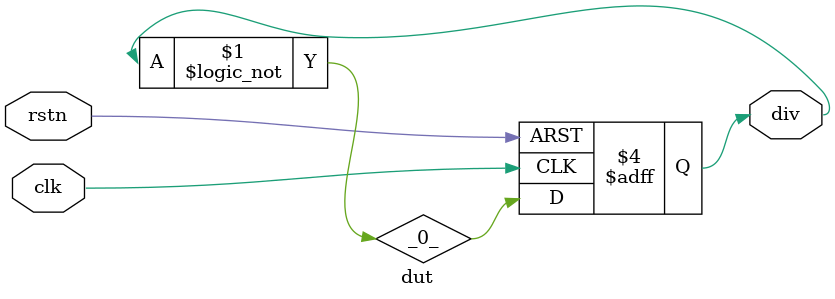
<source format=sv>
/* Generated by Synlig (git sha1 c799ed4e9, g++ 12.2.0-14 -fPIC -O3) */

(* top =  1  *)
(* src = "/root/synlig/synlig/third_party/surelog/tests/OneDivider/dut.v:1.1-10.10" *)
module dut(rstn, clk, div);
  (* src = "/root/synlig/synlig/third_party/surelog/tests/OneDivider/dut.v:5.1-9.23" *)
  wire _0_;
  (* src = "/root/synlig/synlig/third_party/surelog/tests/OneDivider/dut.v:2.24-2.27" *)
  input clk;
  wire clk;
  (* src = "/root/synlig/synlig/third_party/surelog/tests/OneDivider/dut.v:3.23-3.26" *)
  output div;
  reg div;
  (* src = "/root/synlig/synlig/third_party/surelog/tests/OneDivider/dut.v:1.24-1.28" *)
  input rstn;
  wire rstn;
  assign _0_ = ! (* src = "/root/synlig/synlig/third_party/surelog/tests/OneDivider/dut.v:9.18-9.22" *) div;
  (* src = "/root/synlig/synlig/third_party/surelog/tests/OneDivider/dut.v:5.1-9.23" *)
  always @(posedge clk, negedge rstn)
    if (!rstn) div <= 1'h0;
    else div <= _0_;
endmodule

</source>
